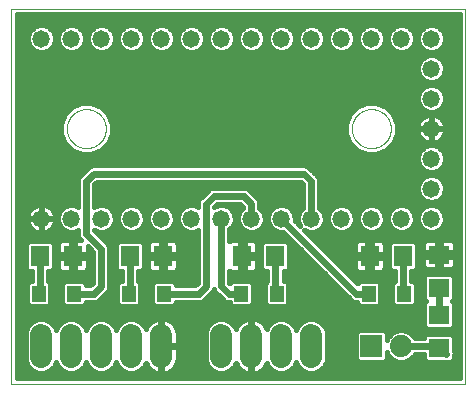
<source format=gtl>
G75*
%MOIN*%
%OFA0B0*%
%FSLAX25Y25*%
%IPPOS*%
%LPD*%
%AMOC8*
5,1,8,0,0,1.08239X$1,22.5*
%
%ADD10C,0.00000*%
%ADD11C,0.07400*%
%ADD12R,0.07400X0.07400*%
%ADD13C,0.07400*%
%ADD14R,0.04724X0.05512*%
%ADD15R,0.06299X0.07087*%
%ADD16R,0.07087X0.06299*%
%ADD17C,0.05800*%
%ADD18C,0.01600*%
%ADD19C,0.02400*%
D10*
X0001800Y0003000D02*
X0001800Y0127961D01*
X0153001Y0127961D01*
X0153001Y0003000D01*
X0001800Y0003000D01*
X0020300Y0088000D02*
X0020302Y0088161D01*
X0020308Y0088321D01*
X0020318Y0088482D01*
X0020332Y0088642D01*
X0020350Y0088802D01*
X0020371Y0088961D01*
X0020397Y0089120D01*
X0020427Y0089278D01*
X0020460Y0089435D01*
X0020498Y0089592D01*
X0020539Y0089747D01*
X0020584Y0089901D01*
X0020633Y0090054D01*
X0020686Y0090206D01*
X0020742Y0090357D01*
X0020803Y0090506D01*
X0020866Y0090654D01*
X0020934Y0090800D01*
X0021005Y0090944D01*
X0021079Y0091086D01*
X0021157Y0091227D01*
X0021239Y0091365D01*
X0021324Y0091502D01*
X0021412Y0091636D01*
X0021504Y0091768D01*
X0021599Y0091898D01*
X0021697Y0092026D01*
X0021798Y0092151D01*
X0021902Y0092273D01*
X0022009Y0092393D01*
X0022119Y0092510D01*
X0022232Y0092625D01*
X0022348Y0092736D01*
X0022467Y0092845D01*
X0022588Y0092950D01*
X0022712Y0093053D01*
X0022838Y0093153D01*
X0022966Y0093249D01*
X0023097Y0093342D01*
X0023231Y0093432D01*
X0023366Y0093519D01*
X0023504Y0093602D01*
X0023643Y0093682D01*
X0023785Y0093758D01*
X0023928Y0093831D01*
X0024073Y0093900D01*
X0024220Y0093966D01*
X0024368Y0094028D01*
X0024518Y0094086D01*
X0024669Y0094141D01*
X0024822Y0094192D01*
X0024976Y0094239D01*
X0025131Y0094282D01*
X0025287Y0094321D01*
X0025443Y0094357D01*
X0025601Y0094388D01*
X0025759Y0094416D01*
X0025918Y0094440D01*
X0026078Y0094460D01*
X0026238Y0094476D01*
X0026398Y0094488D01*
X0026559Y0094496D01*
X0026720Y0094500D01*
X0026880Y0094500D01*
X0027041Y0094496D01*
X0027202Y0094488D01*
X0027362Y0094476D01*
X0027522Y0094460D01*
X0027682Y0094440D01*
X0027841Y0094416D01*
X0027999Y0094388D01*
X0028157Y0094357D01*
X0028313Y0094321D01*
X0028469Y0094282D01*
X0028624Y0094239D01*
X0028778Y0094192D01*
X0028931Y0094141D01*
X0029082Y0094086D01*
X0029232Y0094028D01*
X0029380Y0093966D01*
X0029527Y0093900D01*
X0029672Y0093831D01*
X0029815Y0093758D01*
X0029957Y0093682D01*
X0030096Y0093602D01*
X0030234Y0093519D01*
X0030369Y0093432D01*
X0030503Y0093342D01*
X0030634Y0093249D01*
X0030762Y0093153D01*
X0030888Y0093053D01*
X0031012Y0092950D01*
X0031133Y0092845D01*
X0031252Y0092736D01*
X0031368Y0092625D01*
X0031481Y0092510D01*
X0031591Y0092393D01*
X0031698Y0092273D01*
X0031802Y0092151D01*
X0031903Y0092026D01*
X0032001Y0091898D01*
X0032096Y0091768D01*
X0032188Y0091636D01*
X0032276Y0091502D01*
X0032361Y0091365D01*
X0032443Y0091227D01*
X0032521Y0091086D01*
X0032595Y0090944D01*
X0032666Y0090800D01*
X0032734Y0090654D01*
X0032797Y0090506D01*
X0032858Y0090357D01*
X0032914Y0090206D01*
X0032967Y0090054D01*
X0033016Y0089901D01*
X0033061Y0089747D01*
X0033102Y0089592D01*
X0033140Y0089435D01*
X0033173Y0089278D01*
X0033203Y0089120D01*
X0033229Y0088961D01*
X0033250Y0088802D01*
X0033268Y0088642D01*
X0033282Y0088482D01*
X0033292Y0088321D01*
X0033298Y0088161D01*
X0033300Y0088000D01*
X0033298Y0087839D01*
X0033292Y0087679D01*
X0033282Y0087518D01*
X0033268Y0087358D01*
X0033250Y0087198D01*
X0033229Y0087039D01*
X0033203Y0086880D01*
X0033173Y0086722D01*
X0033140Y0086565D01*
X0033102Y0086408D01*
X0033061Y0086253D01*
X0033016Y0086099D01*
X0032967Y0085946D01*
X0032914Y0085794D01*
X0032858Y0085643D01*
X0032797Y0085494D01*
X0032734Y0085346D01*
X0032666Y0085200D01*
X0032595Y0085056D01*
X0032521Y0084914D01*
X0032443Y0084773D01*
X0032361Y0084635D01*
X0032276Y0084498D01*
X0032188Y0084364D01*
X0032096Y0084232D01*
X0032001Y0084102D01*
X0031903Y0083974D01*
X0031802Y0083849D01*
X0031698Y0083727D01*
X0031591Y0083607D01*
X0031481Y0083490D01*
X0031368Y0083375D01*
X0031252Y0083264D01*
X0031133Y0083155D01*
X0031012Y0083050D01*
X0030888Y0082947D01*
X0030762Y0082847D01*
X0030634Y0082751D01*
X0030503Y0082658D01*
X0030369Y0082568D01*
X0030234Y0082481D01*
X0030096Y0082398D01*
X0029957Y0082318D01*
X0029815Y0082242D01*
X0029672Y0082169D01*
X0029527Y0082100D01*
X0029380Y0082034D01*
X0029232Y0081972D01*
X0029082Y0081914D01*
X0028931Y0081859D01*
X0028778Y0081808D01*
X0028624Y0081761D01*
X0028469Y0081718D01*
X0028313Y0081679D01*
X0028157Y0081643D01*
X0027999Y0081612D01*
X0027841Y0081584D01*
X0027682Y0081560D01*
X0027522Y0081540D01*
X0027362Y0081524D01*
X0027202Y0081512D01*
X0027041Y0081504D01*
X0026880Y0081500D01*
X0026720Y0081500D01*
X0026559Y0081504D01*
X0026398Y0081512D01*
X0026238Y0081524D01*
X0026078Y0081540D01*
X0025918Y0081560D01*
X0025759Y0081584D01*
X0025601Y0081612D01*
X0025443Y0081643D01*
X0025287Y0081679D01*
X0025131Y0081718D01*
X0024976Y0081761D01*
X0024822Y0081808D01*
X0024669Y0081859D01*
X0024518Y0081914D01*
X0024368Y0081972D01*
X0024220Y0082034D01*
X0024073Y0082100D01*
X0023928Y0082169D01*
X0023785Y0082242D01*
X0023643Y0082318D01*
X0023504Y0082398D01*
X0023366Y0082481D01*
X0023231Y0082568D01*
X0023097Y0082658D01*
X0022966Y0082751D01*
X0022838Y0082847D01*
X0022712Y0082947D01*
X0022588Y0083050D01*
X0022467Y0083155D01*
X0022348Y0083264D01*
X0022232Y0083375D01*
X0022119Y0083490D01*
X0022009Y0083607D01*
X0021902Y0083727D01*
X0021798Y0083849D01*
X0021697Y0083974D01*
X0021599Y0084102D01*
X0021504Y0084232D01*
X0021412Y0084364D01*
X0021324Y0084498D01*
X0021239Y0084635D01*
X0021157Y0084773D01*
X0021079Y0084914D01*
X0021005Y0085056D01*
X0020934Y0085200D01*
X0020866Y0085346D01*
X0020803Y0085494D01*
X0020742Y0085643D01*
X0020686Y0085794D01*
X0020633Y0085946D01*
X0020584Y0086099D01*
X0020539Y0086253D01*
X0020498Y0086408D01*
X0020460Y0086565D01*
X0020427Y0086722D01*
X0020397Y0086880D01*
X0020371Y0087039D01*
X0020350Y0087198D01*
X0020332Y0087358D01*
X0020318Y0087518D01*
X0020308Y0087679D01*
X0020302Y0087839D01*
X0020300Y0088000D01*
X0115300Y0088000D02*
X0115302Y0088161D01*
X0115308Y0088321D01*
X0115318Y0088482D01*
X0115332Y0088642D01*
X0115350Y0088802D01*
X0115371Y0088961D01*
X0115397Y0089120D01*
X0115427Y0089278D01*
X0115460Y0089435D01*
X0115498Y0089592D01*
X0115539Y0089747D01*
X0115584Y0089901D01*
X0115633Y0090054D01*
X0115686Y0090206D01*
X0115742Y0090357D01*
X0115803Y0090506D01*
X0115866Y0090654D01*
X0115934Y0090800D01*
X0116005Y0090944D01*
X0116079Y0091086D01*
X0116157Y0091227D01*
X0116239Y0091365D01*
X0116324Y0091502D01*
X0116412Y0091636D01*
X0116504Y0091768D01*
X0116599Y0091898D01*
X0116697Y0092026D01*
X0116798Y0092151D01*
X0116902Y0092273D01*
X0117009Y0092393D01*
X0117119Y0092510D01*
X0117232Y0092625D01*
X0117348Y0092736D01*
X0117467Y0092845D01*
X0117588Y0092950D01*
X0117712Y0093053D01*
X0117838Y0093153D01*
X0117966Y0093249D01*
X0118097Y0093342D01*
X0118231Y0093432D01*
X0118366Y0093519D01*
X0118504Y0093602D01*
X0118643Y0093682D01*
X0118785Y0093758D01*
X0118928Y0093831D01*
X0119073Y0093900D01*
X0119220Y0093966D01*
X0119368Y0094028D01*
X0119518Y0094086D01*
X0119669Y0094141D01*
X0119822Y0094192D01*
X0119976Y0094239D01*
X0120131Y0094282D01*
X0120287Y0094321D01*
X0120443Y0094357D01*
X0120601Y0094388D01*
X0120759Y0094416D01*
X0120918Y0094440D01*
X0121078Y0094460D01*
X0121238Y0094476D01*
X0121398Y0094488D01*
X0121559Y0094496D01*
X0121720Y0094500D01*
X0121880Y0094500D01*
X0122041Y0094496D01*
X0122202Y0094488D01*
X0122362Y0094476D01*
X0122522Y0094460D01*
X0122682Y0094440D01*
X0122841Y0094416D01*
X0122999Y0094388D01*
X0123157Y0094357D01*
X0123313Y0094321D01*
X0123469Y0094282D01*
X0123624Y0094239D01*
X0123778Y0094192D01*
X0123931Y0094141D01*
X0124082Y0094086D01*
X0124232Y0094028D01*
X0124380Y0093966D01*
X0124527Y0093900D01*
X0124672Y0093831D01*
X0124815Y0093758D01*
X0124957Y0093682D01*
X0125096Y0093602D01*
X0125234Y0093519D01*
X0125369Y0093432D01*
X0125503Y0093342D01*
X0125634Y0093249D01*
X0125762Y0093153D01*
X0125888Y0093053D01*
X0126012Y0092950D01*
X0126133Y0092845D01*
X0126252Y0092736D01*
X0126368Y0092625D01*
X0126481Y0092510D01*
X0126591Y0092393D01*
X0126698Y0092273D01*
X0126802Y0092151D01*
X0126903Y0092026D01*
X0127001Y0091898D01*
X0127096Y0091768D01*
X0127188Y0091636D01*
X0127276Y0091502D01*
X0127361Y0091365D01*
X0127443Y0091227D01*
X0127521Y0091086D01*
X0127595Y0090944D01*
X0127666Y0090800D01*
X0127734Y0090654D01*
X0127797Y0090506D01*
X0127858Y0090357D01*
X0127914Y0090206D01*
X0127967Y0090054D01*
X0128016Y0089901D01*
X0128061Y0089747D01*
X0128102Y0089592D01*
X0128140Y0089435D01*
X0128173Y0089278D01*
X0128203Y0089120D01*
X0128229Y0088961D01*
X0128250Y0088802D01*
X0128268Y0088642D01*
X0128282Y0088482D01*
X0128292Y0088321D01*
X0128298Y0088161D01*
X0128300Y0088000D01*
X0128298Y0087839D01*
X0128292Y0087679D01*
X0128282Y0087518D01*
X0128268Y0087358D01*
X0128250Y0087198D01*
X0128229Y0087039D01*
X0128203Y0086880D01*
X0128173Y0086722D01*
X0128140Y0086565D01*
X0128102Y0086408D01*
X0128061Y0086253D01*
X0128016Y0086099D01*
X0127967Y0085946D01*
X0127914Y0085794D01*
X0127858Y0085643D01*
X0127797Y0085494D01*
X0127734Y0085346D01*
X0127666Y0085200D01*
X0127595Y0085056D01*
X0127521Y0084914D01*
X0127443Y0084773D01*
X0127361Y0084635D01*
X0127276Y0084498D01*
X0127188Y0084364D01*
X0127096Y0084232D01*
X0127001Y0084102D01*
X0126903Y0083974D01*
X0126802Y0083849D01*
X0126698Y0083727D01*
X0126591Y0083607D01*
X0126481Y0083490D01*
X0126368Y0083375D01*
X0126252Y0083264D01*
X0126133Y0083155D01*
X0126012Y0083050D01*
X0125888Y0082947D01*
X0125762Y0082847D01*
X0125634Y0082751D01*
X0125503Y0082658D01*
X0125369Y0082568D01*
X0125234Y0082481D01*
X0125096Y0082398D01*
X0124957Y0082318D01*
X0124815Y0082242D01*
X0124672Y0082169D01*
X0124527Y0082100D01*
X0124380Y0082034D01*
X0124232Y0081972D01*
X0124082Y0081914D01*
X0123931Y0081859D01*
X0123778Y0081808D01*
X0123624Y0081761D01*
X0123469Y0081718D01*
X0123313Y0081679D01*
X0123157Y0081643D01*
X0122999Y0081612D01*
X0122841Y0081584D01*
X0122682Y0081560D01*
X0122522Y0081540D01*
X0122362Y0081524D01*
X0122202Y0081512D01*
X0122041Y0081504D01*
X0121880Y0081500D01*
X0121720Y0081500D01*
X0121559Y0081504D01*
X0121398Y0081512D01*
X0121238Y0081524D01*
X0121078Y0081540D01*
X0120918Y0081560D01*
X0120759Y0081584D01*
X0120601Y0081612D01*
X0120443Y0081643D01*
X0120287Y0081679D01*
X0120131Y0081718D01*
X0119976Y0081761D01*
X0119822Y0081808D01*
X0119669Y0081859D01*
X0119518Y0081914D01*
X0119368Y0081972D01*
X0119220Y0082034D01*
X0119073Y0082100D01*
X0118928Y0082169D01*
X0118785Y0082242D01*
X0118643Y0082318D01*
X0118504Y0082398D01*
X0118366Y0082481D01*
X0118231Y0082568D01*
X0118097Y0082658D01*
X0117966Y0082751D01*
X0117838Y0082847D01*
X0117712Y0082947D01*
X0117588Y0083050D01*
X0117467Y0083155D01*
X0117348Y0083264D01*
X0117232Y0083375D01*
X0117119Y0083490D01*
X0117009Y0083607D01*
X0116902Y0083727D01*
X0116798Y0083849D01*
X0116697Y0083974D01*
X0116599Y0084102D01*
X0116504Y0084232D01*
X0116412Y0084364D01*
X0116324Y0084498D01*
X0116239Y0084635D01*
X0116157Y0084773D01*
X0116079Y0084914D01*
X0116005Y0085056D01*
X0115934Y0085200D01*
X0115866Y0085346D01*
X0115803Y0085494D01*
X0115742Y0085643D01*
X0115686Y0085794D01*
X0115633Y0085946D01*
X0115584Y0086099D01*
X0115539Y0086253D01*
X0115498Y0086408D01*
X0115460Y0086565D01*
X0115427Y0086722D01*
X0115397Y0086880D01*
X0115371Y0087039D01*
X0115350Y0087198D01*
X0115332Y0087358D01*
X0115318Y0087518D01*
X0115308Y0087679D01*
X0115302Y0087839D01*
X0115300Y0088000D01*
D11*
X0101800Y0019200D02*
X0101800Y0011800D01*
X0091800Y0011800D02*
X0091800Y0019200D01*
X0081800Y0019200D02*
X0081800Y0011800D01*
X0071800Y0011800D02*
X0071800Y0019200D01*
X0051800Y0019200D02*
X0051800Y0011800D01*
X0041800Y0011800D02*
X0041800Y0019200D01*
X0031800Y0019200D02*
X0031800Y0011800D01*
X0021800Y0011800D02*
X0021800Y0019200D01*
X0011800Y0019200D02*
X0011800Y0011800D01*
D12*
X0121800Y0015500D03*
D13*
X0131800Y0015500D03*
D14*
X0132706Y0033000D03*
X0120894Y0033000D03*
X0090206Y0033000D03*
X0078394Y0033000D03*
X0052706Y0033000D03*
X0040894Y0033000D03*
X0022706Y0033000D03*
X0010894Y0033000D03*
D15*
X0011288Y0045500D03*
X0022312Y0045500D03*
X0041288Y0045500D03*
X0052312Y0045500D03*
X0078788Y0045500D03*
X0089812Y0045500D03*
X0121288Y0045500D03*
X0132312Y0045500D03*
D16*
X0144300Y0046012D03*
X0144300Y0034988D03*
X0144300Y0026012D03*
X0144300Y0014988D03*
D17*
X0141800Y0058000D03*
X0131800Y0058000D03*
X0121800Y0058000D03*
X0111800Y0058000D03*
X0101800Y0058000D03*
X0091800Y0058000D03*
X0081800Y0058000D03*
X0071800Y0058000D03*
X0061800Y0058000D03*
X0051800Y0058000D03*
X0041800Y0058000D03*
X0031800Y0058000D03*
X0021800Y0058000D03*
X0011800Y0058000D03*
X0011800Y0118000D03*
X0021800Y0118000D03*
X0031800Y0118000D03*
X0041800Y0118000D03*
X0051800Y0118000D03*
X0061800Y0118000D03*
X0071800Y0118000D03*
X0081800Y0118000D03*
X0091800Y0118000D03*
X0101800Y0118000D03*
X0111800Y0118000D03*
X0121800Y0118000D03*
X0131800Y0118000D03*
X0141800Y0118000D03*
X0141800Y0108000D03*
X0141800Y0098000D03*
X0141800Y0088000D03*
X0141800Y0078000D03*
X0141800Y0068000D03*
D18*
X0145687Y0070137D02*
X0151217Y0070137D01*
X0151217Y0071736D02*
X0144299Y0071736D01*
X0144297Y0071737D02*
X0142677Y0072409D01*
X0140923Y0072409D01*
X0139303Y0071737D01*
X0138063Y0070497D01*
X0137391Y0068877D01*
X0137391Y0067123D01*
X0138063Y0065503D01*
X0139303Y0064263D01*
X0140923Y0063591D01*
X0142677Y0063591D01*
X0144297Y0064263D01*
X0145537Y0065503D01*
X0146209Y0067123D01*
X0146209Y0068877D01*
X0145537Y0070497D01*
X0144297Y0071737D01*
X0142677Y0073591D02*
X0144297Y0074263D01*
X0145537Y0075503D01*
X0146209Y0077123D01*
X0146209Y0078877D01*
X0145537Y0080497D01*
X0144297Y0081737D01*
X0142677Y0082409D01*
X0140923Y0082409D01*
X0139303Y0081737D01*
X0138063Y0080497D01*
X0137391Y0078877D01*
X0137391Y0077123D01*
X0138063Y0075503D01*
X0139303Y0074263D01*
X0140923Y0073591D01*
X0142677Y0073591D01*
X0144968Y0074933D02*
X0151217Y0074933D01*
X0151217Y0073334D02*
X0102796Y0073334D01*
X0103334Y0072796D02*
X0104096Y0072034D01*
X0104509Y0071039D01*
X0104509Y0061526D01*
X0105537Y0060497D01*
X0106209Y0058877D01*
X0106209Y0057123D01*
X0105537Y0055503D01*
X0104297Y0054263D01*
X0102677Y0053591D01*
X0100923Y0053591D01*
X0099414Y0054216D01*
X0117137Y0036494D01*
X0117907Y0037265D01*
X0123882Y0037265D01*
X0124765Y0036381D01*
X0124765Y0029619D01*
X0123882Y0028735D01*
X0117907Y0028735D01*
X0117024Y0029619D01*
X0117024Y0030291D01*
X0116261Y0030291D01*
X0115266Y0030704D01*
X0114504Y0031466D01*
X0092378Y0053591D01*
X0090923Y0053591D01*
X0089303Y0054263D01*
X0088063Y0055503D01*
X0087391Y0057123D01*
X0087391Y0058877D01*
X0088063Y0060497D01*
X0089303Y0061737D01*
X0090923Y0062409D01*
X0092677Y0062409D01*
X0094297Y0061737D01*
X0095537Y0060497D01*
X0096209Y0058877D01*
X0096209Y0057422D01*
X0098016Y0055614D01*
X0097391Y0057123D01*
X0097391Y0058877D01*
X0098063Y0060497D01*
X0099091Y0061526D01*
X0099091Y0069378D01*
X0098178Y0070291D01*
X0030422Y0070291D01*
X0029509Y0069378D01*
X0029509Y0061823D01*
X0030923Y0062409D01*
X0032677Y0062409D01*
X0034297Y0061737D01*
X0035537Y0060497D01*
X0036209Y0058877D01*
X0036209Y0057123D01*
X0035537Y0055503D01*
X0034297Y0054263D01*
X0032677Y0053591D01*
X0030923Y0053591D01*
X0029509Y0054177D01*
X0029509Y0054122D01*
X0034096Y0049534D01*
X0034509Y0048539D01*
X0034509Y0034961D01*
X0034096Y0033966D01*
X0033334Y0033204D01*
X0030834Y0030704D01*
X0029839Y0030291D01*
X0026576Y0030291D01*
X0026576Y0029619D01*
X0025693Y0028735D01*
X0019718Y0028735D01*
X0018835Y0029619D01*
X0018835Y0036381D01*
X0019718Y0037265D01*
X0025693Y0037265D01*
X0026576Y0036381D01*
X0026576Y0035709D01*
X0028178Y0035709D01*
X0029091Y0036622D01*
X0029091Y0046878D01*
X0027261Y0048708D01*
X0027261Y0046275D01*
X0023087Y0046275D01*
X0023087Y0044725D01*
X0027261Y0044725D01*
X0027261Y0041720D01*
X0027139Y0041262D01*
X0026902Y0040851D01*
X0026567Y0040516D01*
X0026156Y0040279D01*
X0025698Y0040157D01*
X0023087Y0040157D01*
X0023087Y0044725D01*
X0021537Y0044725D01*
X0021537Y0040157D01*
X0018925Y0040157D01*
X0018467Y0040279D01*
X0018057Y0040516D01*
X0017722Y0040851D01*
X0017485Y0041262D01*
X0017362Y0041720D01*
X0017362Y0044725D01*
X0021537Y0044725D01*
X0021537Y0046275D01*
X0021537Y0050843D01*
X0018925Y0050843D01*
X0018467Y0050721D01*
X0018057Y0050484D01*
X0017722Y0050149D01*
X0017485Y0049738D01*
X0017362Y0049280D01*
X0017362Y0046275D01*
X0021537Y0046275D01*
X0023087Y0046275D01*
X0023087Y0050843D01*
X0025126Y0050843D01*
X0024504Y0051466D01*
X0024091Y0052461D01*
X0024091Y0054177D01*
X0022677Y0053591D01*
X0020923Y0053591D01*
X0019303Y0054263D01*
X0018063Y0055503D01*
X0017391Y0057123D01*
X0017391Y0058877D01*
X0018063Y0060497D01*
X0019303Y0061737D01*
X0020923Y0062409D01*
X0022677Y0062409D01*
X0024091Y0061823D01*
X0024091Y0071039D01*
X0024504Y0072034D01*
X0027004Y0074534D01*
X0027766Y0075296D01*
X0028761Y0075709D01*
X0099839Y0075709D01*
X0100834Y0075296D01*
X0103334Y0072796D01*
X0104220Y0071736D02*
X0139301Y0071736D01*
X0137913Y0070137D02*
X0104509Y0070137D01*
X0104509Y0068539D02*
X0137391Y0068539D01*
X0137467Y0066940D02*
X0104509Y0066940D01*
X0104509Y0065342D02*
X0138223Y0065342D01*
X0140556Y0063743D02*
X0104509Y0063743D01*
X0104509Y0062145D02*
X0110286Y0062145D01*
X0110923Y0062409D02*
X0109303Y0061737D01*
X0108063Y0060497D01*
X0107391Y0058877D01*
X0107391Y0057123D01*
X0108063Y0055503D01*
X0109303Y0054263D01*
X0110923Y0053591D01*
X0112677Y0053591D01*
X0114297Y0054263D01*
X0115537Y0055503D01*
X0116209Y0057123D01*
X0116209Y0058877D01*
X0115537Y0060497D01*
X0114297Y0061737D01*
X0112677Y0062409D01*
X0110923Y0062409D01*
X0113314Y0062145D02*
X0120286Y0062145D01*
X0120923Y0062409D02*
X0119303Y0061737D01*
X0118063Y0060497D01*
X0117391Y0058877D01*
X0117391Y0057123D01*
X0118063Y0055503D01*
X0119303Y0054263D01*
X0120923Y0053591D01*
X0122677Y0053591D01*
X0124297Y0054263D01*
X0125537Y0055503D01*
X0126209Y0057123D01*
X0126209Y0058877D01*
X0125537Y0060497D01*
X0124297Y0061737D01*
X0122677Y0062409D01*
X0120923Y0062409D01*
X0123314Y0062145D02*
X0130286Y0062145D01*
X0130923Y0062409D02*
X0129303Y0061737D01*
X0128063Y0060497D01*
X0127391Y0058877D01*
X0127391Y0057123D01*
X0128063Y0055503D01*
X0129303Y0054263D01*
X0130923Y0053591D01*
X0132677Y0053591D01*
X0134297Y0054263D01*
X0135537Y0055503D01*
X0136209Y0057123D01*
X0136209Y0058877D01*
X0135537Y0060497D01*
X0134297Y0061737D01*
X0132677Y0062409D01*
X0130923Y0062409D01*
X0133314Y0062145D02*
X0140286Y0062145D01*
X0140923Y0062409D02*
X0139303Y0061737D01*
X0138063Y0060497D01*
X0137391Y0058877D01*
X0137391Y0057123D01*
X0138063Y0055503D01*
X0139303Y0054263D01*
X0140923Y0053591D01*
X0142677Y0053591D01*
X0144297Y0054263D01*
X0145537Y0055503D01*
X0146209Y0057123D01*
X0146209Y0058877D01*
X0145537Y0060497D01*
X0144297Y0061737D01*
X0142677Y0062409D01*
X0140923Y0062409D01*
X0143044Y0063743D02*
X0151217Y0063743D01*
X0151217Y0065342D02*
X0145377Y0065342D01*
X0146133Y0066940D02*
X0151217Y0066940D01*
X0151217Y0068539D02*
X0146209Y0068539D01*
X0143314Y0062145D02*
X0151217Y0062145D01*
X0151217Y0060546D02*
X0145488Y0060546D01*
X0146179Y0058948D02*
X0151217Y0058948D01*
X0151217Y0057349D02*
X0146209Y0057349D01*
X0145640Y0055751D02*
X0151217Y0055751D01*
X0151217Y0054152D02*
X0144031Y0054152D01*
X0143525Y0050961D02*
X0140520Y0050961D01*
X0140062Y0050839D01*
X0139651Y0050602D01*
X0139316Y0050267D01*
X0139079Y0049856D01*
X0138957Y0049398D01*
X0138957Y0046787D01*
X0143525Y0046787D01*
X0143525Y0050961D01*
X0143525Y0050955D02*
X0145075Y0050955D01*
X0145075Y0050961D02*
X0145075Y0046787D01*
X0143525Y0046787D01*
X0143525Y0045237D01*
X0138957Y0045237D01*
X0138957Y0042625D01*
X0139079Y0042167D01*
X0139316Y0041757D01*
X0139651Y0041422D01*
X0140062Y0041185D01*
X0140520Y0041062D01*
X0143525Y0041062D01*
X0143525Y0045237D01*
X0145075Y0045237D01*
X0145075Y0046787D01*
X0149643Y0046787D01*
X0149643Y0049398D01*
X0149521Y0049856D01*
X0149284Y0050267D01*
X0148949Y0050602D01*
X0148538Y0050839D01*
X0148080Y0050961D01*
X0145075Y0050961D01*
X0145075Y0049357D02*
X0143525Y0049357D01*
X0143525Y0047758D02*
X0145075Y0047758D01*
X0145075Y0046160D02*
X0151217Y0046160D01*
X0151217Y0047758D02*
X0149643Y0047758D01*
X0149643Y0049357D02*
X0151217Y0049357D01*
X0151217Y0050955D02*
X0148103Y0050955D01*
X0151217Y0052554D02*
X0101077Y0052554D01*
X0099569Y0054152D02*
X0099478Y0054152D01*
X0097960Y0055751D02*
X0097880Y0055751D01*
X0097391Y0057349D02*
X0096281Y0057349D01*
X0096179Y0058948D02*
X0097421Y0058948D01*
X0098112Y0060546D02*
X0095488Y0060546D01*
X0093314Y0062145D02*
X0099091Y0062145D01*
X0099091Y0063743D02*
X0084424Y0063743D01*
X0084509Y0063539D02*
X0084096Y0064534D01*
X0083334Y0065296D01*
X0080834Y0067796D01*
X0079839Y0068209D01*
X0068761Y0068209D01*
X0067766Y0067796D01*
X0067004Y0067034D01*
X0064504Y0064534D01*
X0064091Y0063539D01*
X0064091Y0061823D01*
X0062677Y0062409D01*
X0060923Y0062409D01*
X0059303Y0061737D01*
X0058063Y0060497D01*
X0057391Y0058877D01*
X0057391Y0057123D01*
X0058063Y0055503D01*
X0059303Y0054263D01*
X0060923Y0053591D01*
X0062677Y0053591D01*
X0064091Y0054177D01*
X0064091Y0036622D01*
X0063178Y0035709D01*
X0056576Y0035709D01*
X0056576Y0036381D01*
X0055693Y0037265D01*
X0049718Y0037265D01*
X0048835Y0036381D01*
X0048835Y0029619D01*
X0049718Y0028735D01*
X0055693Y0028735D01*
X0056576Y0029619D01*
X0056576Y0030291D01*
X0064839Y0030291D01*
X0065834Y0030704D01*
X0068334Y0033204D01*
X0069096Y0033966D01*
X0069300Y0034457D01*
X0069504Y0033966D01*
X0072004Y0031466D01*
X0072766Y0030704D01*
X0073761Y0030291D01*
X0074524Y0030291D01*
X0074524Y0029619D01*
X0075407Y0028735D01*
X0081382Y0028735D01*
X0082265Y0029619D01*
X0082265Y0036381D01*
X0081382Y0037265D01*
X0075407Y0037265D01*
X0074637Y0036494D01*
X0074509Y0036622D01*
X0074509Y0040541D01*
X0074533Y0040516D01*
X0074944Y0040279D01*
X0075402Y0040157D01*
X0078013Y0040157D01*
X0078013Y0044725D01*
X0079563Y0044725D01*
X0079563Y0040157D01*
X0082175Y0040157D01*
X0082633Y0040279D01*
X0083043Y0040516D01*
X0083378Y0040851D01*
X0083615Y0041262D01*
X0083738Y0041720D01*
X0083738Y0044725D01*
X0079563Y0044725D01*
X0079563Y0046275D01*
X0078013Y0046275D01*
X0078013Y0050843D01*
X0075402Y0050843D01*
X0074944Y0050721D01*
X0074533Y0050484D01*
X0074509Y0050459D01*
X0074509Y0054474D01*
X0075537Y0055503D01*
X0076209Y0057123D01*
X0076209Y0058877D01*
X0075537Y0060497D01*
X0074297Y0061737D01*
X0072677Y0062409D01*
X0070923Y0062409D01*
X0069509Y0061823D01*
X0069509Y0061878D01*
X0070422Y0062791D01*
X0078178Y0062791D01*
X0079091Y0061878D01*
X0079091Y0061526D01*
X0078063Y0060497D01*
X0077391Y0058877D01*
X0077391Y0057123D01*
X0078063Y0055503D01*
X0079303Y0054263D01*
X0080923Y0053591D01*
X0082677Y0053591D01*
X0084297Y0054263D01*
X0085537Y0055503D01*
X0086209Y0057123D01*
X0086209Y0058877D01*
X0085537Y0060497D01*
X0084509Y0061526D01*
X0084509Y0063539D01*
X0084509Y0062145D02*
X0090286Y0062145D01*
X0088112Y0060546D02*
X0085488Y0060546D01*
X0086179Y0058948D02*
X0087421Y0058948D01*
X0087391Y0057349D02*
X0086209Y0057349D01*
X0085640Y0055751D02*
X0087960Y0055751D01*
X0089569Y0054152D02*
X0084031Y0054152D01*
X0082633Y0050721D02*
X0082175Y0050843D01*
X0079563Y0050843D01*
X0079563Y0046275D01*
X0083738Y0046275D01*
X0083738Y0049280D01*
X0083615Y0049738D01*
X0083378Y0050149D01*
X0083043Y0050484D01*
X0082633Y0050721D01*
X0083717Y0049357D02*
X0085154Y0049357D01*
X0085154Y0049668D02*
X0085154Y0041332D01*
X0086037Y0040448D01*
X0087103Y0040448D01*
X0087103Y0037149D01*
X0086335Y0036381D01*
X0086335Y0029619D01*
X0087218Y0028735D01*
X0093193Y0028735D01*
X0094076Y0029619D01*
X0094076Y0036381D01*
X0093193Y0037265D01*
X0092520Y0037265D01*
X0092520Y0040448D01*
X0093586Y0040448D01*
X0094470Y0041332D01*
X0094470Y0049668D01*
X0093586Y0050552D01*
X0086037Y0050552D01*
X0085154Y0049668D01*
X0085154Y0047758D02*
X0083738Y0047758D01*
X0085154Y0046160D02*
X0079563Y0046160D01*
X0079563Y0047758D02*
X0078013Y0047758D01*
X0078013Y0049357D02*
X0079563Y0049357D01*
X0079569Y0054152D02*
X0074509Y0054152D01*
X0074509Y0052554D02*
X0093416Y0052554D01*
X0095014Y0050955D02*
X0074509Y0050955D01*
X0075640Y0055751D02*
X0077960Y0055751D01*
X0077391Y0057349D02*
X0076209Y0057349D01*
X0076179Y0058948D02*
X0077421Y0058948D01*
X0078112Y0060546D02*
X0075488Y0060546D01*
X0073314Y0062145D02*
X0078824Y0062145D01*
X0083289Y0065342D02*
X0099091Y0065342D01*
X0099091Y0066940D02*
X0081690Y0066940D01*
X0070286Y0062145D02*
X0069776Y0062145D01*
X0065311Y0065342D02*
X0029509Y0065342D01*
X0029509Y0066940D02*
X0066910Y0066940D01*
X0064176Y0063743D02*
X0029509Y0063743D01*
X0029509Y0062145D02*
X0030286Y0062145D01*
X0033314Y0062145D02*
X0040286Y0062145D01*
X0040923Y0062409D02*
X0039303Y0061737D01*
X0038063Y0060497D01*
X0037391Y0058877D01*
X0037391Y0057123D01*
X0038063Y0055503D01*
X0039303Y0054263D01*
X0040923Y0053591D01*
X0042677Y0053591D01*
X0044297Y0054263D01*
X0045537Y0055503D01*
X0046209Y0057123D01*
X0046209Y0058877D01*
X0045537Y0060497D01*
X0044297Y0061737D01*
X0042677Y0062409D01*
X0040923Y0062409D01*
X0043314Y0062145D02*
X0050286Y0062145D01*
X0050923Y0062409D02*
X0049303Y0061737D01*
X0048063Y0060497D01*
X0047391Y0058877D01*
X0047391Y0057123D01*
X0048063Y0055503D01*
X0049303Y0054263D01*
X0050923Y0053591D01*
X0052677Y0053591D01*
X0054297Y0054263D01*
X0055537Y0055503D01*
X0056209Y0057123D01*
X0056209Y0058877D01*
X0055537Y0060497D01*
X0054297Y0061737D01*
X0052677Y0062409D01*
X0050923Y0062409D01*
X0053314Y0062145D02*
X0060286Y0062145D01*
X0058112Y0060546D02*
X0055488Y0060546D01*
X0056179Y0058948D02*
X0057421Y0058948D01*
X0057391Y0057349D02*
X0056209Y0057349D01*
X0055640Y0055751D02*
X0057960Y0055751D01*
X0059569Y0054152D02*
X0054031Y0054152D01*
X0053087Y0050843D02*
X0053087Y0046275D01*
X0057261Y0046275D01*
X0057261Y0049280D01*
X0057139Y0049738D01*
X0056902Y0050149D01*
X0056567Y0050484D01*
X0056156Y0050721D01*
X0055698Y0050843D01*
X0053087Y0050843D01*
X0053087Y0049357D02*
X0051537Y0049357D01*
X0051537Y0050843D02*
X0048925Y0050843D01*
X0048467Y0050721D01*
X0048057Y0050484D01*
X0047722Y0050149D01*
X0047485Y0049738D01*
X0047362Y0049280D01*
X0047362Y0046275D01*
X0051537Y0046275D01*
X0051537Y0050843D01*
X0049569Y0054152D02*
X0044031Y0054152D01*
X0045640Y0055751D02*
X0047960Y0055751D01*
X0047391Y0057349D02*
X0046209Y0057349D01*
X0046179Y0058948D02*
X0047421Y0058948D01*
X0048112Y0060546D02*
X0045488Y0060546D01*
X0038112Y0060546D02*
X0035488Y0060546D01*
X0036179Y0058948D02*
X0037421Y0058948D01*
X0037391Y0057349D02*
X0036209Y0057349D01*
X0035640Y0055751D02*
X0037960Y0055751D01*
X0039569Y0054152D02*
X0034031Y0054152D01*
X0031077Y0052554D02*
X0064091Y0052554D01*
X0064091Y0054152D02*
X0064031Y0054152D01*
X0064091Y0050955D02*
X0032675Y0050955D01*
X0034170Y0049357D02*
X0036630Y0049357D01*
X0036630Y0049668D02*
X0036630Y0041332D01*
X0037514Y0040448D01*
X0038580Y0040448D01*
X0038580Y0037265D01*
X0037907Y0037265D01*
X0037024Y0036381D01*
X0037024Y0029619D01*
X0037907Y0028735D01*
X0043882Y0028735D01*
X0044765Y0029619D01*
X0044765Y0036381D01*
X0043997Y0037149D01*
X0043997Y0040448D01*
X0045063Y0040448D01*
X0045946Y0041332D01*
X0045946Y0049668D01*
X0045063Y0050552D01*
X0037514Y0050552D01*
X0036630Y0049668D01*
X0036630Y0047758D02*
X0034509Y0047758D01*
X0034509Y0046160D02*
X0036630Y0046160D01*
X0036630Y0044561D02*
X0034509Y0044561D01*
X0034509Y0042963D02*
X0036630Y0042963D01*
X0036630Y0041364D02*
X0034509Y0041364D01*
X0034509Y0039766D02*
X0038580Y0039766D01*
X0038580Y0038167D02*
X0034509Y0038167D01*
X0034509Y0036569D02*
X0037212Y0036569D01*
X0037024Y0034970D02*
X0034509Y0034970D01*
X0033502Y0033372D02*
X0037024Y0033372D01*
X0037024Y0031773D02*
X0031904Y0031773D01*
X0037024Y0030175D02*
X0026576Y0030175D01*
X0026388Y0036569D02*
X0029038Y0036569D01*
X0029091Y0038167D02*
X0013997Y0038167D01*
X0013997Y0037149D02*
X0013997Y0040448D01*
X0015063Y0040448D01*
X0015946Y0041332D01*
X0015946Y0049668D01*
X0015063Y0050552D01*
X0007514Y0050552D01*
X0006630Y0049668D01*
X0006630Y0041332D01*
X0007514Y0040448D01*
X0008580Y0040448D01*
X0008580Y0037265D01*
X0007907Y0037265D01*
X0007024Y0036381D01*
X0007024Y0029619D01*
X0007907Y0028735D01*
X0013882Y0028735D01*
X0014765Y0029619D01*
X0014765Y0036381D01*
X0013997Y0037149D01*
X0014577Y0036569D02*
X0019023Y0036569D01*
X0018835Y0034970D02*
X0014765Y0034970D01*
X0014765Y0033372D02*
X0018835Y0033372D01*
X0018835Y0031773D02*
X0014765Y0031773D01*
X0014765Y0030175D02*
X0018835Y0030175D01*
X0020764Y0024409D02*
X0018850Y0023616D01*
X0017384Y0022150D01*
X0016800Y0020740D01*
X0016216Y0022150D01*
X0014750Y0023616D01*
X0012836Y0024409D01*
X0010764Y0024409D01*
X0008850Y0023616D01*
X0007384Y0022150D01*
X0006591Y0020236D01*
X0006591Y0010764D01*
X0007384Y0008850D01*
X0008850Y0007384D01*
X0010764Y0006591D01*
X0012836Y0006591D01*
X0014750Y0007384D01*
X0016216Y0008850D01*
X0016800Y0010260D01*
X0017384Y0008850D01*
X0018850Y0007384D01*
X0020764Y0006591D01*
X0022836Y0006591D01*
X0024750Y0007384D01*
X0026216Y0008850D01*
X0026800Y0010260D01*
X0027384Y0008850D01*
X0028850Y0007384D01*
X0030764Y0006591D01*
X0032836Y0006591D01*
X0034750Y0007384D01*
X0036216Y0008850D01*
X0036800Y0010260D01*
X0037384Y0008850D01*
X0038850Y0007384D01*
X0040764Y0006591D01*
X0042836Y0006591D01*
X0044750Y0007384D01*
X0046216Y0008850D01*
X0046642Y0009878D01*
X0046703Y0009689D01*
X0047096Y0008917D01*
X0047605Y0008217D01*
X0048217Y0007605D01*
X0048917Y0007096D01*
X0049689Y0006703D01*
X0050512Y0006435D01*
X0051367Y0006300D01*
X0051500Y0006300D01*
X0051500Y0015200D01*
X0052100Y0015200D01*
X0052100Y0015800D01*
X0057300Y0015800D01*
X0057300Y0019633D01*
X0057165Y0020488D01*
X0056897Y0021311D01*
X0056504Y0022083D01*
X0055995Y0022783D01*
X0055383Y0023395D01*
X0054683Y0023904D01*
X0053911Y0024297D01*
X0053088Y0024565D01*
X0052233Y0024700D01*
X0052100Y0024700D01*
X0052100Y0015800D01*
X0051500Y0015800D01*
X0051500Y0024700D01*
X0051367Y0024700D01*
X0050512Y0024565D01*
X0049689Y0024297D01*
X0048917Y0023904D01*
X0048217Y0023395D01*
X0047605Y0022783D01*
X0047096Y0022083D01*
X0046703Y0021311D01*
X0046642Y0021122D01*
X0046216Y0022150D01*
X0044750Y0023616D01*
X0042836Y0024409D01*
X0040764Y0024409D01*
X0038850Y0023616D01*
X0037384Y0022150D01*
X0036800Y0020740D01*
X0036216Y0022150D01*
X0034750Y0023616D01*
X0032836Y0024409D01*
X0030764Y0024409D01*
X0028850Y0023616D01*
X0027384Y0022150D01*
X0026800Y0020740D01*
X0026216Y0022150D01*
X0024750Y0023616D01*
X0022836Y0024409D01*
X0020764Y0024409D01*
X0019248Y0023781D02*
X0014352Y0023781D01*
X0016184Y0022182D02*
X0017416Y0022182D01*
X0024352Y0023781D02*
X0029248Y0023781D01*
X0027416Y0022182D02*
X0026184Y0022182D01*
X0034352Y0023781D02*
X0039248Y0023781D01*
X0037416Y0022182D02*
X0036184Y0022182D01*
X0044352Y0023781D02*
X0048748Y0023781D01*
X0047168Y0022182D02*
X0046184Y0022182D01*
X0051500Y0022182D02*
X0052100Y0022182D01*
X0052100Y0023781D02*
X0051500Y0023781D01*
X0054852Y0023781D02*
X0069248Y0023781D01*
X0068850Y0023616D02*
X0067384Y0022150D01*
X0066591Y0020236D01*
X0066591Y0010764D01*
X0067384Y0008850D01*
X0068850Y0007384D01*
X0070764Y0006591D01*
X0072836Y0006591D01*
X0074750Y0007384D01*
X0076216Y0008850D01*
X0076642Y0009878D01*
X0076703Y0009689D01*
X0077096Y0008917D01*
X0077605Y0008217D01*
X0078217Y0007605D01*
X0078917Y0007096D01*
X0079689Y0006703D01*
X0080512Y0006435D01*
X0081367Y0006300D01*
X0081500Y0006300D01*
X0081500Y0015200D01*
X0082100Y0015200D01*
X0082100Y0006300D01*
X0082233Y0006300D01*
X0083088Y0006435D01*
X0083911Y0006703D01*
X0084683Y0007096D01*
X0085383Y0007605D01*
X0085995Y0008217D01*
X0086504Y0008917D01*
X0086897Y0009689D01*
X0086958Y0009878D01*
X0087384Y0008850D01*
X0088850Y0007384D01*
X0090764Y0006591D01*
X0092836Y0006591D01*
X0094750Y0007384D01*
X0096216Y0008850D01*
X0096800Y0010260D01*
X0097384Y0008850D01*
X0098850Y0007384D01*
X0100764Y0006591D01*
X0102836Y0006591D01*
X0104750Y0007384D01*
X0106216Y0008850D01*
X0107009Y0010764D01*
X0107009Y0020236D01*
X0106216Y0022150D01*
X0104750Y0023616D01*
X0102836Y0024409D01*
X0100764Y0024409D01*
X0098850Y0023616D01*
X0097384Y0022150D01*
X0096800Y0020740D01*
X0096216Y0022150D01*
X0094750Y0023616D01*
X0092836Y0024409D01*
X0090764Y0024409D01*
X0088850Y0023616D01*
X0087384Y0022150D01*
X0086958Y0021122D01*
X0086897Y0021311D01*
X0086504Y0022083D01*
X0085995Y0022783D01*
X0085383Y0023395D01*
X0084683Y0023904D01*
X0083911Y0024297D01*
X0083088Y0024565D01*
X0082233Y0024700D01*
X0082100Y0024700D01*
X0082100Y0015800D01*
X0081500Y0015800D01*
X0081500Y0024700D01*
X0081367Y0024700D01*
X0080512Y0024565D01*
X0079689Y0024297D01*
X0078917Y0023904D01*
X0078217Y0023395D01*
X0077605Y0022783D01*
X0077096Y0022083D01*
X0076703Y0021311D01*
X0076642Y0021122D01*
X0076216Y0022150D01*
X0074750Y0023616D01*
X0072836Y0024409D01*
X0070764Y0024409D01*
X0068850Y0023616D01*
X0067416Y0022182D02*
X0056432Y0022182D01*
X0057133Y0020584D02*
X0066735Y0020584D01*
X0066591Y0018985D02*
X0057300Y0018985D01*
X0057300Y0017387D02*
X0066591Y0017387D01*
X0066591Y0015788D02*
X0052100Y0015788D01*
X0052100Y0015200D02*
X0057300Y0015200D01*
X0057300Y0011367D01*
X0057165Y0010512D01*
X0056897Y0009689D01*
X0056504Y0008917D01*
X0055995Y0008217D01*
X0055383Y0007605D01*
X0054683Y0007096D01*
X0053911Y0006703D01*
X0053088Y0006435D01*
X0052233Y0006300D01*
X0052100Y0006300D01*
X0052100Y0015200D01*
X0052100Y0014190D02*
X0051500Y0014190D01*
X0051500Y0012591D02*
X0052100Y0012591D01*
X0052100Y0010993D02*
X0051500Y0010993D01*
X0051500Y0009394D02*
X0052100Y0009394D01*
X0052100Y0007796D02*
X0051500Y0007796D01*
X0048026Y0007796D02*
X0045162Y0007796D01*
X0046441Y0009394D02*
X0046853Y0009394D01*
X0038438Y0007796D02*
X0035162Y0007796D01*
X0036441Y0009394D02*
X0037159Y0009394D01*
X0028438Y0007796D02*
X0025162Y0007796D01*
X0026441Y0009394D02*
X0027159Y0009394D01*
X0018438Y0007796D02*
X0015162Y0007796D01*
X0016441Y0009394D02*
X0017159Y0009394D01*
X0008438Y0007796D02*
X0003584Y0007796D01*
X0003584Y0009394D02*
X0007159Y0009394D01*
X0006591Y0010993D02*
X0003584Y0010993D01*
X0003584Y0012591D02*
X0006591Y0012591D01*
X0006591Y0014190D02*
X0003584Y0014190D01*
X0003584Y0015788D02*
X0006591Y0015788D01*
X0006591Y0017387D02*
X0003584Y0017387D01*
X0003584Y0018985D02*
X0006591Y0018985D01*
X0006735Y0020584D02*
X0003584Y0020584D01*
X0003584Y0022182D02*
X0007416Y0022182D01*
X0009248Y0023781D02*
X0003584Y0023781D01*
X0003584Y0025379D02*
X0139248Y0025379D01*
X0139248Y0023781D02*
X0104352Y0023781D01*
X0106184Y0022182D02*
X0139303Y0022182D01*
X0139248Y0022237D02*
X0140132Y0021354D01*
X0148468Y0021354D01*
X0149352Y0022237D01*
X0149352Y0029786D01*
X0148638Y0030500D01*
X0149352Y0031214D01*
X0149352Y0038763D01*
X0148468Y0039646D01*
X0140132Y0039646D01*
X0139248Y0038763D01*
X0139248Y0031214D01*
X0139962Y0030500D01*
X0139248Y0029786D01*
X0139248Y0022237D01*
X0140132Y0019646D02*
X0139248Y0018763D01*
X0139248Y0018209D01*
X0136316Y0018209D01*
X0136216Y0018450D01*
X0134750Y0019916D01*
X0132836Y0020709D01*
X0130764Y0020709D01*
X0128850Y0019916D01*
X0127384Y0018450D01*
X0127009Y0017544D01*
X0127009Y0019825D01*
X0126125Y0020709D01*
X0117475Y0020709D01*
X0116591Y0019825D01*
X0116591Y0011175D01*
X0117475Y0010291D01*
X0126125Y0010291D01*
X0127009Y0011175D01*
X0127009Y0013456D01*
X0127384Y0012550D01*
X0128850Y0011084D01*
X0130764Y0010291D01*
X0132836Y0010291D01*
X0134750Y0011084D01*
X0136216Y0012550D01*
X0136316Y0012791D01*
X0139248Y0012791D01*
X0139248Y0011214D01*
X0140132Y0010330D01*
X0146285Y0010330D01*
X0146572Y0010248D01*
X0147292Y0010330D01*
X0148468Y0010330D01*
X0149352Y0011214D01*
X0149352Y0012073D01*
X0149552Y0012772D01*
X0149430Y0013842D01*
X0149352Y0013983D01*
X0149352Y0018763D01*
X0148468Y0019646D01*
X0140132Y0019646D01*
X0139470Y0018985D02*
X0135681Y0018985D01*
X0133138Y0020584D02*
X0151217Y0020584D01*
X0151217Y0018985D02*
X0149130Y0018985D01*
X0149352Y0017387D02*
X0151217Y0017387D01*
X0151217Y0015788D02*
X0149352Y0015788D01*
X0149352Y0014190D02*
X0151217Y0014190D01*
X0151217Y0012591D02*
X0149501Y0012591D01*
X0149131Y0010993D02*
X0151217Y0010993D01*
X0151217Y0009394D02*
X0106441Y0009394D01*
X0107009Y0010993D02*
X0116774Y0010993D01*
X0116591Y0012591D02*
X0107009Y0012591D01*
X0107009Y0014190D02*
X0116591Y0014190D01*
X0116591Y0015788D02*
X0107009Y0015788D01*
X0107009Y0017387D02*
X0116591Y0017387D01*
X0116591Y0018985D02*
X0107009Y0018985D01*
X0106865Y0020584D02*
X0117350Y0020584D01*
X0126250Y0020584D02*
X0130462Y0020584D01*
X0127919Y0018985D02*
X0127009Y0018985D01*
X0127009Y0012591D02*
X0127367Y0012591D01*
X0126826Y0010993D02*
X0129071Y0010993D01*
X0134529Y0010993D02*
X0139469Y0010993D01*
X0139248Y0012591D02*
X0136233Y0012591D01*
X0149297Y0022182D02*
X0151217Y0022182D01*
X0151217Y0023781D02*
X0149352Y0023781D01*
X0149352Y0025379D02*
X0151217Y0025379D01*
X0151217Y0026978D02*
X0149352Y0026978D01*
X0149352Y0028576D02*
X0151217Y0028576D01*
X0151217Y0030175D02*
X0148964Y0030175D01*
X0149352Y0031773D02*
X0151217Y0031773D01*
X0151217Y0033372D02*
X0149352Y0033372D01*
X0149352Y0034970D02*
X0151217Y0034970D01*
X0151217Y0036569D02*
X0149352Y0036569D01*
X0149352Y0038167D02*
X0151217Y0038167D01*
X0151217Y0039766D02*
X0135020Y0039766D01*
X0135020Y0040448D02*
X0136086Y0040448D01*
X0136970Y0041332D01*
X0136970Y0049668D01*
X0136086Y0050552D01*
X0128537Y0050552D01*
X0127654Y0049668D01*
X0127654Y0041332D01*
X0128537Y0040448D01*
X0129603Y0040448D01*
X0129603Y0037149D01*
X0128835Y0036381D01*
X0128835Y0029619D01*
X0129718Y0028735D01*
X0135693Y0028735D01*
X0136576Y0029619D01*
X0136576Y0036381D01*
X0135693Y0037265D01*
X0135020Y0037265D01*
X0135020Y0040448D01*
X0136970Y0041364D02*
X0139751Y0041364D01*
X0138957Y0042963D02*
X0136970Y0042963D01*
X0136970Y0044561D02*
X0138957Y0044561D01*
X0136970Y0046160D02*
X0143525Y0046160D01*
X0143525Y0044561D02*
X0145075Y0044561D01*
X0145075Y0045237D02*
X0145075Y0041062D01*
X0148080Y0041062D01*
X0148538Y0041185D01*
X0148949Y0041422D01*
X0149284Y0041757D01*
X0149521Y0042167D01*
X0149643Y0042625D01*
X0149643Y0045237D01*
X0145075Y0045237D01*
X0145075Y0042963D02*
X0143525Y0042963D01*
X0143525Y0041364D02*
X0145075Y0041364D01*
X0148849Y0041364D02*
X0151217Y0041364D01*
X0151217Y0042963D02*
X0149643Y0042963D01*
X0149643Y0044561D02*
X0151217Y0044561D01*
X0140497Y0050955D02*
X0102675Y0050955D01*
X0104274Y0049357D02*
X0116359Y0049357D01*
X0116339Y0049280D02*
X0116461Y0049738D01*
X0116698Y0050149D01*
X0117033Y0050484D01*
X0117444Y0050721D01*
X0117902Y0050843D01*
X0120513Y0050843D01*
X0120513Y0046275D01*
X0120513Y0044725D01*
X0116339Y0044725D01*
X0116339Y0041720D01*
X0116461Y0041262D01*
X0116698Y0040851D01*
X0117033Y0040516D01*
X0117444Y0040279D01*
X0117902Y0040157D01*
X0120513Y0040157D01*
X0120513Y0044725D01*
X0122063Y0044725D01*
X0122063Y0040157D01*
X0124675Y0040157D01*
X0125133Y0040279D01*
X0125543Y0040516D01*
X0125878Y0040851D01*
X0126115Y0041262D01*
X0126238Y0041720D01*
X0126238Y0044725D01*
X0122063Y0044725D01*
X0122063Y0046275D01*
X0120513Y0046275D01*
X0116339Y0046275D01*
X0116339Y0049280D01*
X0116339Y0047758D02*
X0105872Y0047758D01*
X0107471Y0046160D02*
X0120513Y0046160D01*
X0122063Y0046160D02*
X0127654Y0046160D01*
X0126238Y0046275D02*
X0126238Y0049280D01*
X0126115Y0049738D01*
X0125878Y0050149D01*
X0125543Y0050484D01*
X0125133Y0050721D01*
X0124675Y0050843D01*
X0122063Y0050843D01*
X0122063Y0046275D01*
X0126238Y0046275D01*
X0126238Y0047758D02*
X0127654Y0047758D01*
X0127654Y0049357D02*
X0126217Y0049357D01*
X0122063Y0049357D02*
X0120513Y0049357D01*
X0120513Y0047758D02*
X0122063Y0047758D01*
X0122063Y0044561D02*
X0120513Y0044561D01*
X0120513Y0042963D02*
X0122063Y0042963D01*
X0122063Y0041364D02*
X0120513Y0041364D01*
X0116434Y0041364D02*
X0112266Y0041364D01*
X0113865Y0039766D02*
X0129603Y0039766D01*
X0129603Y0038167D02*
X0115463Y0038167D01*
X0117062Y0036569D02*
X0117212Y0036569D01*
X0112598Y0033372D02*
X0094076Y0033372D01*
X0094076Y0034970D02*
X0110999Y0034970D01*
X0109401Y0036569D02*
X0093888Y0036569D01*
X0092520Y0038167D02*
X0107802Y0038167D01*
X0106204Y0039766D02*
X0092520Y0039766D01*
X0094470Y0041364D02*
X0104605Y0041364D01*
X0103007Y0042963D02*
X0094470Y0042963D01*
X0094470Y0044561D02*
X0101408Y0044561D01*
X0099810Y0046160D02*
X0094470Y0046160D01*
X0094470Y0047758D02*
X0098211Y0047758D01*
X0096613Y0049357D02*
X0094470Y0049357D01*
X0085154Y0044561D02*
X0083738Y0044561D01*
X0083738Y0042963D02*
X0085154Y0042963D01*
X0085154Y0041364D02*
X0083643Y0041364D01*
X0087103Y0039766D02*
X0074509Y0039766D01*
X0074509Y0038167D02*
X0087103Y0038167D01*
X0086523Y0036569D02*
X0082077Y0036569D01*
X0082265Y0034970D02*
X0086335Y0034970D01*
X0086335Y0033372D02*
X0082265Y0033372D01*
X0082265Y0031773D02*
X0086335Y0031773D01*
X0086335Y0030175D02*
X0082265Y0030175D01*
X0082100Y0023781D02*
X0081500Y0023781D01*
X0081500Y0022182D02*
X0082100Y0022182D01*
X0082100Y0020584D02*
X0081500Y0020584D01*
X0081500Y0018985D02*
X0082100Y0018985D01*
X0082100Y0017387D02*
X0081500Y0017387D01*
X0081500Y0014190D02*
X0082100Y0014190D01*
X0082100Y0012591D02*
X0081500Y0012591D01*
X0081500Y0010993D02*
X0082100Y0010993D01*
X0082100Y0009394D02*
X0081500Y0009394D01*
X0081500Y0007796D02*
X0082100Y0007796D01*
X0085574Y0007796D02*
X0088438Y0007796D01*
X0087159Y0009394D02*
X0086747Y0009394D01*
X0095162Y0007796D02*
X0098438Y0007796D01*
X0097159Y0009394D02*
X0096441Y0009394D01*
X0105162Y0007796D02*
X0151217Y0007796D01*
X0151217Y0006197D02*
X0003584Y0006197D01*
X0003584Y0004784D02*
X0003584Y0126176D01*
X0151217Y0126176D01*
X0151217Y0004784D01*
X0003584Y0004784D01*
X0003584Y0026978D02*
X0139248Y0026978D01*
X0139248Y0028576D02*
X0003584Y0028576D01*
X0003584Y0030175D02*
X0007024Y0030175D01*
X0007024Y0031773D02*
X0003584Y0031773D01*
X0003584Y0033372D02*
X0007024Y0033372D01*
X0007024Y0034970D02*
X0003584Y0034970D01*
X0003584Y0036569D02*
X0007212Y0036569D01*
X0008580Y0038167D02*
X0003584Y0038167D01*
X0003584Y0039766D02*
X0008580Y0039766D01*
X0006630Y0041364D02*
X0003584Y0041364D01*
X0003584Y0042963D02*
X0006630Y0042963D01*
X0006630Y0044561D02*
X0003584Y0044561D01*
X0003584Y0046160D02*
X0006630Y0046160D01*
X0006630Y0047758D02*
X0003584Y0047758D01*
X0003584Y0049357D02*
X0006630Y0049357D01*
X0003584Y0050955D02*
X0025014Y0050955D01*
X0024091Y0052554D02*
X0003584Y0052554D01*
X0003584Y0054152D02*
X0009100Y0054152D01*
X0009337Y0053980D02*
X0008738Y0054415D01*
X0008215Y0054938D01*
X0007780Y0055537D01*
X0007444Y0056196D01*
X0007216Y0056899D01*
X0007100Y0057630D01*
X0007100Y0057850D01*
X0011650Y0057850D01*
X0011650Y0058150D01*
X0011650Y0062700D01*
X0011430Y0062700D01*
X0010699Y0062584D01*
X0009996Y0062356D01*
X0009337Y0062020D01*
X0008738Y0061585D01*
X0008215Y0061062D01*
X0007780Y0060463D01*
X0007444Y0059804D01*
X0007216Y0059101D01*
X0007100Y0058370D01*
X0007100Y0058150D01*
X0011650Y0058150D01*
X0011950Y0058150D01*
X0011950Y0062700D01*
X0012170Y0062700D01*
X0012901Y0062584D01*
X0013604Y0062356D01*
X0014263Y0062020D01*
X0014862Y0061585D01*
X0015385Y0061062D01*
X0015820Y0060463D01*
X0016156Y0059804D01*
X0016384Y0059101D01*
X0016500Y0058370D01*
X0016500Y0058150D01*
X0011950Y0058150D01*
X0011950Y0057850D01*
X0016500Y0057850D01*
X0016500Y0057630D01*
X0016384Y0056899D01*
X0016156Y0056196D01*
X0015820Y0055537D01*
X0015385Y0054938D01*
X0014862Y0054415D01*
X0014263Y0053980D01*
X0013604Y0053644D01*
X0012901Y0053416D01*
X0012170Y0053300D01*
X0011950Y0053300D01*
X0011950Y0057850D01*
X0011650Y0057850D01*
X0011650Y0053300D01*
X0011430Y0053300D01*
X0010699Y0053416D01*
X0009996Y0053644D01*
X0009337Y0053980D01*
X0011650Y0054152D02*
X0011950Y0054152D01*
X0011950Y0055751D02*
X0011650Y0055751D01*
X0011650Y0057349D02*
X0011950Y0057349D01*
X0011950Y0058948D02*
X0011650Y0058948D01*
X0011650Y0060546D02*
X0011950Y0060546D01*
X0011950Y0062145D02*
X0011650Y0062145D01*
X0009582Y0062145D02*
X0003584Y0062145D01*
X0003584Y0060546D02*
X0007841Y0060546D01*
X0007192Y0058948D02*
X0003584Y0058948D01*
X0003584Y0057349D02*
X0007144Y0057349D01*
X0007671Y0055751D02*
X0003584Y0055751D01*
X0003584Y0063743D02*
X0024091Y0063743D01*
X0024091Y0065342D02*
X0003584Y0065342D01*
X0003584Y0066940D02*
X0024091Y0066940D01*
X0024091Y0068539D02*
X0003584Y0068539D01*
X0003584Y0070137D02*
X0024091Y0070137D01*
X0024380Y0071736D02*
X0003584Y0071736D01*
X0003584Y0073334D02*
X0025804Y0073334D01*
X0027402Y0074933D02*
X0003584Y0074933D01*
X0003584Y0076532D02*
X0137636Y0076532D01*
X0138632Y0074933D02*
X0101198Y0074933D01*
X0098332Y0070137D02*
X0030268Y0070137D01*
X0029509Y0068539D02*
X0099091Y0068539D01*
X0105488Y0060546D02*
X0108112Y0060546D01*
X0107421Y0058948D02*
X0106179Y0058948D01*
X0106209Y0057349D02*
X0107391Y0057349D01*
X0107960Y0055751D02*
X0105640Y0055751D01*
X0104031Y0054152D02*
X0109569Y0054152D01*
X0114031Y0054152D02*
X0119569Y0054152D01*
X0117960Y0055751D02*
X0115640Y0055751D01*
X0116209Y0057349D02*
X0117391Y0057349D01*
X0117421Y0058948D02*
X0116179Y0058948D01*
X0115488Y0060546D02*
X0118112Y0060546D01*
X0125488Y0060546D02*
X0128112Y0060546D01*
X0127421Y0058948D02*
X0126179Y0058948D01*
X0126209Y0057349D02*
X0127391Y0057349D01*
X0127960Y0055751D02*
X0125640Y0055751D01*
X0124031Y0054152D02*
X0129569Y0054152D01*
X0134031Y0054152D02*
X0139569Y0054152D01*
X0137960Y0055751D02*
X0135640Y0055751D01*
X0136209Y0057349D02*
X0137391Y0057349D01*
X0137421Y0058948D02*
X0136179Y0058948D01*
X0135488Y0060546D02*
X0138112Y0060546D01*
X0138957Y0049357D02*
X0136970Y0049357D01*
X0136970Y0047758D02*
X0138957Y0047758D01*
X0139248Y0038167D02*
X0135020Y0038167D01*
X0136388Y0036569D02*
X0139248Y0036569D01*
X0139248Y0034970D02*
X0136576Y0034970D01*
X0136576Y0033372D02*
X0139248Y0033372D01*
X0139248Y0031773D02*
X0136576Y0031773D01*
X0136576Y0030175D02*
X0139636Y0030175D01*
X0128835Y0030175D02*
X0124765Y0030175D01*
X0124765Y0031773D02*
X0128835Y0031773D01*
X0128835Y0033372D02*
X0124765Y0033372D01*
X0124765Y0034970D02*
X0128835Y0034970D01*
X0129023Y0036569D02*
X0124577Y0036569D01*
X0126143Y0041364D02*
X0127654Y0041364D01*
X0127654Y0042963D02*
X0126238Y0042963D01*
X0126238Y0044561D02*
X0127654Y0044561D01*
X0116339Y0044561D02*
X0109069Y0044561D01*
X0110668Y0042963D02*
X0116339Y0042963D01*
X0114196Y0031773D02*
X0094076Y0031773D01*
X0094076Y0030175D02*
X0117024Y0030175D01*
X0099248Y0023781D02*
X0094352Y0023781D01*
X0096184Y0022182D02*
X0097416Y0022182D01*
X0089248Y0023781D02*
X0084852Y0023781D01*
X0086432Y0022182D02*
X0087416Y0022182D01*
X0078748Y0023781D02*
X0074352Y0023781D01*
X0076184Y0022182D02*
X0077168Y0022182D01*
X0074524Y0030175D02*
X0056576Y0030175D01*
X0056388Y0036569D02*
X0064038Y0036569D01*
X0064091Y0038167D02*
X0043997Y0038167D01*
X0043997Y0039766D02*
X0064091Y0039766D01*
X0064091Y0041364D02*
X0057166Y0041364D01*
X0057139Y0041262D02*
X0057261Y0041720D01*
X0057261Y0044725D01*
X0053087Y0044725D01*
X0053087Y0046275D01*
X0051537Y0046275D01*
X0051537Y0044725D01*
X0053087Y0044725D01*
X0053087Y0040157D01*
X0055698Y0040157D01*
X0056156Y0040279D01*
X0056567Y0040516D01*
X0056902Y0040851D01*
X0057139Y0041262D01*
X0057261Y0042963D02*
X0064091Y0042963D01*
X0064091Y0044561D02*
X0057261Y0044561D01*
X0057261Y0047758D02*
X0064091Y0047758D01*
X0064091Y0046160D02*
X0053087Y0046160D01*
X0051537Y0046160D02*
X0045946Y0046160D01*
X0045946Y0047758D02*
X0047362Y0047758D01*
X0047383Y0049357D02*
X0045946Y0049357D01*
X0045946Y0044561D02*
X0047362Y0044561D01*
X0047362Y0044725D02*
X0047362Y0041720D01*
X0047485Y0041262D01*
X0047722Y0040851D01*
X0048057Y0040516D01*
X0048467Y0040279D01*
X0048925Y0040157D01*
X0051537Y0040157D01*
X0051537Y0044725D01*
X0047362Y0044725D01*
X0047362Y0042963D02*
X0045946Y0042963D01*
X0045946Y0041364D02*
X0047457Y0041364D01*
X0051537Y0041364D02*
X0053087Y0041364D01*
X0053087Y0042963D02*
X0051537Y0042963D01*
X0051537Y0044561D02*
X0053087Y0044561D01*
X0053087Y0047758D02*
X0051537Y0047758D01*
X0057241Y0049357D02*
X0064091Y0049357D01*
X0064091Y0062145D02*
X0063314Y0062145D01*
X0078013Y0044561D02*
X0079563Y0044561D01*
X0079563Y0042963D02*
X0078013Y0042963D01*
X0078013Y0041364D02*
X0079563Y0041364D01*
X0074712Y0036569D02*
X0074562Y0036569D01*
X0070098Y0033372D02*
X0068502Y0033372D01*
X0066904Y0031773D02*
X0071696Y0031773D01*
X0052100Y0020584D02*
X0051500Y0020584D01*
X0051500Y0018985D02*
X0052100Y0018985D01*
X0052100Y0017387D02*
X0051500Y0017387D01*
X0057300Y0014190D02*
X0066591Y0014190D01*
X0066591Y0012591D02*
X0057300Y0012591D01*
X0057241Y0010993D02*
X0066591Y0010993D01*
X0067159Y0009394D02*
X0056747Y0009394D01*
X0055574Y0007796D02*
X0068438Y0007796D01*
X0075162Y0007796D02*
X0078026Y0007796D01*
X0076853Y0009394D02*
X0076441Y0009394D01*
X0048835Y0030175D02*
X0044765Y0030175D01*
X0044765Y0031773D02*
X0048835Y0031773D01*
X0048835Y0033372D02*
X0044765Y0033372D01*
X0044765Y0034970D02*
X0048835Y0034970D01*
X0049023Y0036569D02*
X0044577Y0036569D01*
X0029091Y0039766D02*
X0013997Y0039766D01*
X0015946Y0041364D02*
X0017457Y0041364D01*
X0017362Y0042963D02*
X0015946Y0042963D01*
X0015946Y0044561D02*
X0017362Y0044561D01*
X0015946Y0046160D02*
X0021537Y0046160D01*
X0023087Y0046160D02*
X0029091Y0046160D01*
X0029091Y0044561D02*
X0027261Y0044561D01*
X0027261Y0042963D02*
X0029091Y0042963D01*
X0029091Y0041364D02*
X0027166Y0041364D01*
X0023087Y0041364D02*
X0021537Y0041364D01*
X0021537Y0042963D02*
X0023087Y0042963D01*
X0023087Y0044561D02*
X0021537Y0044561D01*
X0021537Y0047758D02*
X0023087Y0047758D01*
X0023087Y0049357D02*
X0021537Y0049357D01*
X0017383Y0049357D02*
X0015946Y0049357D01*
X0015946Y0047758D02*
X0017362Y0047758D01*
X0019569Y0054152D02*
X0014500Y0054152D01*
X0015929Y0055751D02*
X0017960Y0055751D01*
X0017391Y0057349D02*
X0016456Y0057349D01*
X0016408Y0058948D02*
X0017421Y0058948D01*
X0018112Y0060546D02*
X0015759Y0060546D01*
X0014018Y0062145D02*
X0020286Y0062145D01*
X0023314Y0062145D02*
X0024091Y0062145D01*
X0024031Y0054152D02*
X0024091Y0054152D01*
X0029509Y0054152D02*
X0029569Y0054152D01*
X0028211Y0047758D02*
X0027261Y0047758D01*
X0003584Y0078130D02*
X0137391Y0078130D01*
X0137744Y0079729D02*
X0124042Y0079729D01*
X0123491Y0079500D02*
X0126615Y0080794D01*
X0129006Y0083185D01*
X0129006Y0083185D01*
X0130300Y0086309D01*
X0130300Y0089691D01*
X0129006Y0092815D01*
X0126615Y0095206D01*
X0126615Y0095206D01*
X0123491Y0096500D01*
X0120109Y0096500D01*
X0116985Y0095206D01*
X0114594Y0092815D01*
X0114594Y0092815D01*
X0113300Y0089691D01*
X0113300Y0086309D01*
X0114594Y0083185D01*
X0116985Y0080794D01*
X0116985Y0080794D01*
X0116985Y0080794D01*
X0120109Y0079500D01*
X0121303Y0079500D01*
X0123491Y0079500D01*
X0126615Y0080794D02*
X0126615Y0080794D01*
X0127148Y0081327D02*
X0138892Y0081327D01*
X0139996Y0083644D02*
X0140699Y0083416D01*
X0141430Y0083300D01*
X0141650Y0083300D01*
X0141650Y0087850D01*
X0137100Y0087850D01*
X0137100Y0087630D01*
X0137216Y0086899D01*
X0137444Y0086196D01*
X0137780Y0085537D01*
X0138215Y0084938D01*
X0138738Y0084415D01*
X0139337Y0083980D01*
X0139996Y0083644D01*
X0138629Y0084524D02*
X0129561Y0084524D01*
X0130223Y0086123D02*
X0137482Y0086123D01*
X0137100Y0087721D02*
X0130300Y0087721D01*
X0130300Y0089320D02*
X0137287Y0089320D01*
X0137216Y0089101D02*
X0137100Y0088370D01*
X0137100Y0088150D01*
X0141650Y0088150D01*
X0141650Y0092700D01*
X0141430Y0092700D01*
X0140699Y0092584D01*
X0139996Y0092356D01*
X0139337Y0092020D01*
X0138738Y0091585D01*
X0138215Y0091062D01*
X0137780Y0090463D01*
X0137444Y0089804D01*
X0137216Y0089101D01*
X0138111Y0090918D02*
X0129792Y0090918D01*
X0129129Y0092517D02*
X0140491Y0092517D01*
X0140923Y0093591D02*
X0139303Y0094263D01*
X0138063Y0095503D01*
X0137391Y0097123D01*
X0137391Y0098877D01*
X0138063Y0100497D01*
X0139303Y0101737D01*
X0140923Y0102409D01*
X0142677Y0102409D01*
X0144297Y0101737D01*
X0145537Y0100497D01*
X0146209Y0098877D01*
X0146209Y0097123D01*
X0145537Y0095503D01*
X0144297Y0094263D01*
X0142677Y0093591D01*
X0140923Y0093591D01*
X0141650Y0092517D02*
X0141950Y0092517D01*
X0141950Y0092700D02*
X0141950Y0088150D01*
X0141650Y0088150D01*
X0141650Y0087850D01*
X0141950Y0087850D01*
X0141950Y0088150D01*
X0146500Y0088150D01*
X0146500Y0088370D01*
X0146384Y0089101D01*
X0146156Y0089804D01*
X0145820Y0090463D01*
X0145385Y0091062D01*
X0144862Y0091585D01*
X0144263Y0092020D01*
X0143604Y0092356D01*
X0142901Y0092584D01*
X0142170Y0092700D01*
X0141950Y0092700D01*
X0143109Y0092517D02*
X0151217Y0092517D01*
X0151217Y0094115D02*
X0143942Y0094115D01*
X0145625Y0095714D02*
X0151217Y0095714D01*
X0151217Y0097312D02*
X0146209Y0097312D01*
X0146195Y0098911D02*
X0151217Y0098911D01*
X0151217Y0100509D02*
X0145526Y0100509D01*
X0143403Y0102108D02*
X0151217Y0102108D01*
X0151217Y0103706D02*
X0142954Y0103706D01*
X0142677Y0103591D02*
X0144297Y0104263D01*
X0145537Y0105503D01*
X0146209Y0107123D01*
X0146209Y0108877D01*
X0145537Y0110497D01*
X0144297Y0111737D01*
X0142677Y0112409D01*
X0140923Y0112409D01*
X0139303Y0111737D01*
X0138063Y0110497D01*
X0137391Y0108877D01*
X0137391Y0107123D01*
X0138063Y0105503D01*
X0139303Y0104263D01*
X0140923Y0103591D01*
X0142677Y0103591D01*
X0140646Y0103706D02*
X0003584Y0103706D01*
X0003584Y0102108D02*
X0140197Y0102108D01*
X0138074Y0100509D02*
X0003584Y0100509D01*
X0003584Y0098911D02*
X0137405Y0098911D01*
X0137391Y0097312D02*
X0003584Y0097312D01*
X0003584Y0095714D02*
X0023211Y0095714D01*
X0021985Y0095206D02*
X0025109Y0096500D01*
X0028491Y0096500D01*
X0031615Y0095206D01*
X0031615Y0095206D01*
X0034006Y0092815D01*
X0034006Y0092815D01*
X0035300Y0089691D01*
X0035300Y0086309D01*
X0034006Y0083185D01*
X0034006Y0083185D01*
X0031615Y0080794D01*
X0031615Y0080794D01*
X0028491Y0079500D01*
X0028491Y0079500D01*
X0027297Y0079500D01*
X0025109Y0079500D01*
X0021985Y0080794D01*
X0021985Y0080794D01*
X0019594Y0083185D01*
X0019594Y0083185D01*
X0018300Y0086309D01*
X0018300Y0089691D01*
X0019594Y0092815D01*
X0019594Y0092815D01*
X0021985Y0095206D01*
X0021985Y0095206D01*
X0020894Y0094115D02*
X0003584Y0094115D01*
X0003584Y0092517D02*
X0019471Y0092517D01*
X0018808Y0090918D02*
X0003584Y0090918D01*
X0003584Y0089320D02*
X0018300Y0089320D01*
X0018300Y0087721D02*
X0003584Y0087721D01*
X0003584Y0086123D02*
X0018377Y0086123D01*
X0019039Y0084524D02*
X0003584Y0084524D01*
X0003584Y0082926D02*
X0019854Y0082926D01*
X0021452Y0081327D02*
X0003584Y0081327D01*
X0003584Y0079729D02*
X0024557Y0079729D01*
X0029042Y0079729D02*
X0119557Y0079729D01*
X0116452Y0081327D02*
X0032148Y0081327D01*
X0033746Y0082926D02*
X0114854Y0082926D01*
X0114039Y0084524D02*
X0034561Y0084524D01*
X0035223Y0086123D02*
X0113377Y0086123D01*
X0113300Y0087721D02*
X0035300Y0087721D01*
X0035300Y0089320D02*
X0113300Y0089320D01*
X0113808Y0090918D02*
X0034792Y0090918D01*
X0034129Y0092517D02*
X0114471Y0092517D01*
X0115894Y0094115D02*
X0032706Y0094115D01*
X0030389Y0095714D02*
X0118211Y0095714D01*
X0116985Y0095206D02*
X0116985Y0095206D01*
X0125389Y0095714D02*
X0137975Y0095714D01*
X0139658Y0094115D02*
X0127706Y0094115D01*
X0129006Y0092815D02*
X0129006Y0092815D01*
X0128746Y0082926D02*
X0151217Y0082926D01*
X0151217Y0081327D02*
X0144708Y0081327D01*
X0145856Y0079729D02*
X0151217Y0079729D01*
X0151217Y0078130D02*
X0146209Y0078130D01*
X0145964Y0076532D02*
X0151217Y0076532D01*
X0144862Y0084415D02*
X0144263Y0083980D01*
X0143604Y0083644D01*
X0142901Y0083416D01*
X0142170Y0083300D01*
X0141950Y0083300D01*
X0141950Y0087850D01*
X0146500Y0087850D01*
X0146500Y0087630D01*
X0146384Y0086899D01*
X0146156Y0086196D01*
X0145820Y0085537D01*
X0145385Y0084938D01*
X0144862Y0084415D01*
X0144971Y0084524D02*
X0151217Y0084524D01*
X0151217Y0086123D02*
X0146118Y0086123D01*
X0146500Y0087721D02*
X0151217Y0087721D01*
X0151217Y0089320D02*
X0146313Y0089320D01*
X0145489Y0090918D02*
X0151217Y0090918D01*
X0141950Y0090918D02*
X0141650Y0090918D01*
X0141650Y0089320D02*
X0141950Y0089320D01*
X0141950Y0087721D02*
X0141650Y0087721D01*
X0141650Y0086123D02*
X0141950Y0086123D01*
X0141950Y0084524D02*
X0141650Y0084524D01*
X0138260Y0105305D02*
X0003584Y0105305D01*
X0003584Y0106903D02*
X0137482Y0106903D01*
X0137391Y0108502D02*
X0003584Y0108502D01*
X0003584Y0110100D02*
X0137898Y0110100D01*
X0139264Y0111699D02*
X0003584Y0111699D01*
X0003584Y0113297D02*
X0151217Y0113297D01*
X0151217Y0111699D02*
X0144336Y0111699D01*
X0142677Y0113591D02*
X0144297Y0114263D01*
X0145537Y0115503D01*
X0146209Y0117123D01*
X0146209Y0118877D01*
X0145537Y0120497D01*
X0144297Y0121737D01*
X0142677Y0122409D01*
X0140923Y0122409D01*
X0139303Y0121737D01*
X0138063Y0120497D01*
X0137391Y0118877D01*
X0137391Y0117123D01*
X0138063Y0115503D01*
X0139303Y0114263D01*
X0140923Y0113591D01*
X0142677Y0113591D01*
X0144931Y0114896D02*
X0151217Y0114896D01*
X0151217Y0116494D02*
X0145948Y0116494D01*
X0146209Y0118093D02*
X0151217Y0118093D01*
X0151217Y0119691D02*
X0145871Y0119691D01*
X0144745Y0121290D02*
X0151217Y0121290D01*
X0151217Y0122888D02*
X0003584Y0122888D01*
X0003584Y0121290D02*
X0008855Y0121290D01*
X0009303Y0121737D02*
X0008063Y0120497D01*
X0007391Y0118877D01*
X0007391Y0117123D01*
X0008063Y0115503D01*
X0009303Y0114263D01*
X0010923Y0113591D01*
X0012677Y0113591D01*
X0014297Y0114263D01*
X0015537Y0115503D01*
X0016209Y0117123D01*
X0016209Y0118877D01*
X0015537Y0120497D01*
X0014297Y0121737D01*
X0012677Y0122409D01*
X0010923Y0122409D01*
X0009303Y0121737D01*
X0007729Y0119691D02*
X0003584Y0119691D01*
X0003584Y0118093D02*
X0007391Y0118093D01*
X0007652Y0116494D02*
X0003584Y0116494D01*
X0003584Y0114896D02*
X0008669Y0114896D01*
X0014931Y0114896D02*
X0018669Y0114896D01*
X0018063Y0115503D02*
X0019303Y0114263D01*
X0020923Y0113591D01*
X0022677Y0113591D01*
X0024297Y0114263D01*
X0025537Y0115503D01*
X0026209Y0117123D01*
X0026209Y0118877D01*
X0025537Y0120497D01*
X0024297Y0121737D01*
X0022677Y0122409D01*
X0020923Y0122409D01*
X0019303Y0121737D01*
X0018063Y0120497D01*
X0017391Y0118877D01*
X0017391Y0117123D01*
X0018063Y0115503D01*
X0017652Y0116494D02*
X0015948Y0116494D01*
X0016209Y0118093D02*
X0017391Y0118093D01*
X0017729Y0119691D02*
X0015871Y0119691D01*
X0014745Y0121290D02*
X0018855Y0121290D01*
X0024745Y0121290D02*
X0028855Y0121290D01*
X0029303Y0121737D02*
X0028063Y0120497D01*
X0027391Y0118877D01*
X0027391Y0117123D01*
X0028063Y0115503D01*
X0029303Y0114263D01*
X0030923Y0113591D01*
X0032677Y0113591D01*
X0034297Y0114263D01*
X0035537Y0115503D01*
X0036209Y0117123D01*
X0036209Y0118877D01*
X0035537Y0120497D01*
X0034297Y0121737D01*
X0032677Y0122409D01*
X0030923Y0122409D01*
X0029303Y0121737D01*
X0027729Y0119691D02*
X0025871Y0119691D01*
X0026209Y0118093D02*
X0027391Y0118093D01*
X0027652Y0116494D02*
X0025948Y0116494D01*
X0024931Y0114896D02*
X0028669Y0114896D01*
X0034931Y0114896D02*
X0038669Y0114896D01*
X0038063Y0115503D02*
X0039303Y0114263D01*
X0040923Y0113591D01*
X0042677Y0113591D01*
X0044297Y0114263D01*
X0045537Y0115503D01*
X0046209Y0117123D01*
X0046209Y0118877D01*
X0045537Y0120497D01*
X0044297Y0121737D01*
X0042677Y0122409D01*
X0040923Y0122409D01*
X0039303Y0121737D01*
X0038063Y0120497D01*
X0037391Y0118877D01*
X0037391Y0117123D01*
X0038063Y0115503D01*
X0037652Y0116494D02*
X0035948Y0116494D01*
X0036209Y0118093D02*
X0037391Y0118093D01*
X0037729Y0119691D02*
X0035871Y0119691D01*
X0034745Y0121290D02*
X0038855Y0121290D01*
X0044745Y0121290D02*
X0048855Y0121290D01*
X0049303Y0121737D02*
X0048063Y0120497D01*
X0047391Y0118877D01*
X0047391Y0117123D01*
X0048063Y0115503D01*
X0049303Y0114263D01*
X0050923Y0113591D01*
X0052677Y0113591D01*
X0054297Y0114263D01*
X0055537Y0115503D01*
X0056209Y0117123D01*
X0056209Y0118877D01*
X0055537Y0120497D01*
X0054297Y0121737D01*
X0052677Y0122409D01*
X0050923Y0122409D01*
X0049303Y0121737D01*
X0047729Y0119691D02*
X0045871Y0119691D01*
X0046209Y0118093D02*
X0047391Y0118093D01*
X0047652Y0116494D02*
X0045948Y0116494D01*
X0044931Y0114896D02*
X0048669Y0114896D01*
X0054931Y0114896D02*
X0058669Y0114896D01*
X0058063Y0115503D02*
X0059303Y0114263D01*
X0060923Y0113591D01*
X0062677Y0113591D01*
X0064297Y0114263D01*
X0065537Y0115503D01*
X0066209Y0117123D01*
X0066209Y0118877D01*
X0065537Y0120497D01*
X0064297Y0121737D01*
X0062677Y0122409D01*
X0060923Y0122409D01*
X0059303Y0121737D01*
X0058063Y0120497D01*
X0057391Y0118877D01*
X0057391Y0117123D01*
X0058063Y0115503D01*
X0057652Y0116494D02*
X0055948Y0116494D01*
X0056209Y0118093D02*
X0057391Y0118093D01*
X0057729Y0119691D02*
X0055871Y0119691D01*
X0054745Y0121290D02*
X0058855Y0121290D01*
X0064745Y0121290D02*
X0068855Y0121290D01*
X0069303Y0121737D02*
X0068063Y0120497D01*
X0067391Y0118877D01*
X0067391Y0117123D01*
X0068063Y0115503D01*
X0069303Y0114263D01*
X0070923Y0113591D01*
X0072677Y0113591D01*
X0074297Y0114263D01*
X0075537Y0115503D01*
X0076209Y0117123D01*
X0076209Y0118877D01*
X0075537Y0120497D01*
X0074297Y0121737D01*
X0072677Y0122409D01*
X0070923Y0122409D01*
X0069303Y0121737D01*
X0067729Y0119691D02*
X0065871Y0119691D01*
X0066209Y0118093D02*
X0067391Y0118093D01*
X0067652Y0116494D02*
X0065948Y0116494D01*
X0064931Y0114896D02*
X0068669Y0114896D01*
X0074931Y0114896D02*
X0078669Y0114896D01*
X0078063Y0115503D02*
X0079303Y0114263D01*
X0080923Y0113591D01*
X0082677Y0113591D01*
X0084297Y0114263D01*
X0085537Y0115503D01*
X0086209Y0117123D01*
X0086209Y0118877D01*
X0085537Y0120497D01*
X0084297Y0121737D01*
X0082677Y0122409D01*
X0080923Y0122409D01*
X0079303Y0121737D01*
X0078063Y0120497D01*
X0077391Y0118877D01*
X0077391Y0117123D01*
X0078063Y0115503D01*
X0077652Y0116494D02*
X0075948Y0116494D01*
X0076209Y0118093D02*
X0077391Y0118093D01*
X0077729Y0119691D02*
X0075871Y0119691D01*
X0074745Y0121290D02*
X0078855Y0121290D01*
X0084745Y0121290D02*
X0088855Y0121290D01*
X0089303Y0121737D02*
X0088063Y0120497D01*
X0087391Y0118877D01*
X0087391Y0117123D01*
X0088063Y0115503D01*
X0089303Y0114263D01*
X0090923Y0113591D01*
X0092677Y0113591D01*
X0094297Y0114263D01*
X0095537Y0115503D01*
X0096209Y0117123D01*
X0096209Y0118877D01*
X0095537Y0120497D01*
X0094297Y0121737D01*
X0092677Y0122409D01*
X0090923Y0122409D01*
X0089303Y0121737D01*
X0087729Y0119691D02*
X0085871Y0119691D01*
X0086209Y0118093D02*
X0087391Y0118093D01*
X0087652Y0116494D02*
X0085948Y0116494D01*
X0084931Y0114896D02*
X0088669Y0114896D01*
X0094931Y0114896D02*
X0098669Y0114896D01*
X0098063Y0115503D02*
X0099303Y0114263D01*
X0100923Y0113591D01*
X0102677Y0113591D01*
X0104297Y0114263D01*
X0105537Y0115503D01*
X0106209Y0117123D01*
X0106209Y0118877D01*
X0105537Y0120497D01*
X0104297Y0121737D01*
X0102677Y0122409D01*
X0100923Y0122409D01*
X0099303Y0121737D01*
X0098063Y0120497D01*
X0097391Y0118877D01*
X0097391Y0117123D01*
X0098063Y0115503D01*
X0097652Y0116494D02*
X0095948Y0116494D01*
X0096209Y0118093D02*
X0097391Y0118093D01*
X0097729Y0119691D02*
X0095871Y0119691D01*
X0094745Y0121290D02*
X0098855Y0121290D01*
X0104745Y0121290D02*
X0108855Y0121290D01*
X0109303Y0121737D02*
X0108063Y0120497D01*
X0107391Y0118877D01*
X0107391Y0117123D01*
X0108063Y0115503D01*
X0109303Y0114263D01*
X0110923Y0113591D01*
X0112677Y0113591D01*
X0114297Y0114263D01*
X0115537Y0115503D01*
X0116209Y0117123D01*
X0116209Y0118877D01*
X0115537Y0120497D01*
X0114297Y0121737D01*
X0112677Y0122409D01*
X0110923Y0122409D01*
X0109303Y0121737D01*
X0107729Y0119691D02*
X0105871Y0119691D01*
X0106209Y0118093D02*
X0107391Y0118093D01*
X0107652Y0116494D02*
X0105948Y0116494D01*
X0104931Y0114896D02*
X0108669Y0114896D01*
X0114931Y0114896D02*
X0118669Y0114896D01*
X0118063Y0115503D02*
X0119303Y0114263D01*
X0120923Y0113591D01*
X0122677Y0113591D01*
X0124297Y0114263D01*
X0125537Y0115503D01*
X0126209Y0117123D01*
X0126209Y0118877D01*
X0125537Y0120497D01*
X0124297Y0121737D01*
X0122677Y0122409D01*
X0120923Y0122409D01*
X0119303Y0121737D01*
X0118063Y0120497D01*
X0117391Y0118877D01*
X0117391Y0117123D01*
X0118063Y0115503D01*
X0117652Y0116494D02*
X0115948Y0116494D01*
X0116209Y0118093D02*
X0117391Y0118093D01*
X0117729Y0119691D02*
X0115871Y0119691D01*
X0114745Y0121290D02*
X0118855Y0121290D01*
X0124745Y0121290D02*
X0128855Y0121290D01*
X0129303Y0121737D02*
X0128063Y0120497D01*
X0127391Y0118877D01*
X0127391Y0117123D01*
X0128063Y0115503D01*
X0129303Y0114263D01*
X0130923Y0113591D01*
X0132677Y0113591D01*
X0134297Y0114263D01*
X0135537Y0115503D01*
X0136209Y0117123D01*
X0136209Y0118877D01*
X0135537Y0120497D01*
X0134297Y0121737D01*
X0132677Y0122409D01*
X0130923Y0122409D01*
X0129303Y0121737D01*
X0127729Y0119691D02*
X0125871Y0119691D01*
X0126209Y0118093D02*
X0127391Y0118093D01*
X0127652Y0116494D02*
X0125948Y0116494D01*
X0124931Y0114896D02*
X0128669Y0114896D01*
X0134931Y0114896D02*
X0138669Y0114896D01*
X0137652Y0116494D02*
X0135948Y0116494D01*
X0136209Y0118093D02*
X0137391Y0118093D01*
X0137729Y0119691D02*
X0135871Y0119691D01*
X0134745Y0121290D02*
X0138855Y0121290D01*
X0151217Y0124487D02*
X0003584Y0124487D01*
X0003584Y0126085D02*
X0151217Y0126085D01*
X0151217Y0110100D02*
X0145702Y0110100D01*
X0146209Y0108502D02*
X0151217Y0108502D01*
X0151217Y0106903D02*
X0146118Y0106903D01*
X0145340Y0105305D02*
X0151217Y0105305D01*
D19*
X0101800Y0070500D02*
X0101800Y0058000D01*
X0091800Y0058000D02*
X0116800Y0033000D01*
X0120894Y0033000D01*
X0132312Y0033394D02*
X0132706Y0033000D01*
X0132312Y0033394D02*
X0132312Y0045500D01*
X0144300Y0034988D02*
X0144300Y0026012D01*
X0143788Y0015500D02*
X0131800Y0015500D01*
X0143788Y0015500D02*
X0144300Y0014988D01*
X0146800Y0013000D01*
X0090206Y0033000D02*
X0089812Y0033394D01*
X0089812Y0045500D01*
X0081800Y0058000D02*
X0081800Y0063000D01*
X0079300Y0065500D01*
X0069300Y0065500D01*
X0066800Y0063000D01*
X0066800Y0035500D01*
X0064300Y0033000D01*
X0052706Y0033000D01*
X0041288Y0033000D02*
X0041288Y0045500D01*
X0031800Y0048000D02*
X0026800Y0053000D01*
X0026800Y0070500D01*
X0029300Y0073000D01*
X0099300Y0073000D01*
X0101800Y0070500D01*
X0071800Y0058000D02*
X0071800Y0035500D01*
X0074300Y0033000D01*
X0078394Y0033000D01*
X0041288Y0033000D02*
X0040894Y0033000D01*
X0031800Y0035500D02*
X0031800Y0048000D01*
X0031800Y0035500D02*
X0029300Y0033000D01*
X0022706Y0033000D01*
X0011288Y0033000D02*
X0011288Y0045500D01*
X0011288Y0033000D02*
X0010894Y0033000D01*
M02*

</source>
